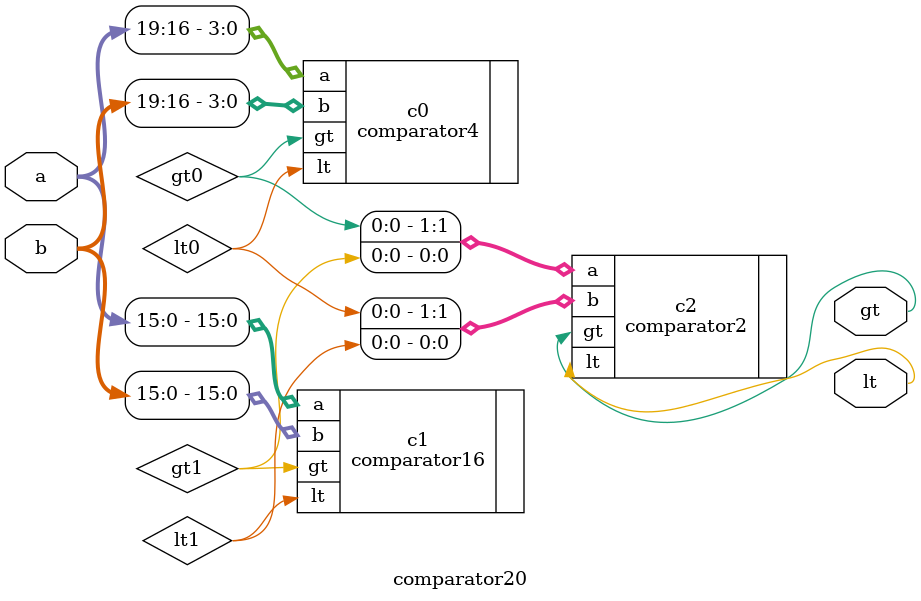
<source format=v>



module comparator20(a, b, gt, lt);
		parameter msb = 19;
		input[msb:0] a, b;
		output gt, lt;
		
		wire gt0, lt0, gt1, lt1;
		
		comparator4 c0(.a(a[msb:msb-4+1]), .b(b[msb:msb-4+1]), .gt(gt0), .lt(lt0));
		comparator16 c1(.a(a[msb-4:0]), .b(b[msb-4:0]), .gt(gt1), .lt(lt1));
		comparator2 c2(.a({gt0, gt1}), .b({lt0, lt1}), .gt(gt), .lt(lt));
		
endmodule



</source>
